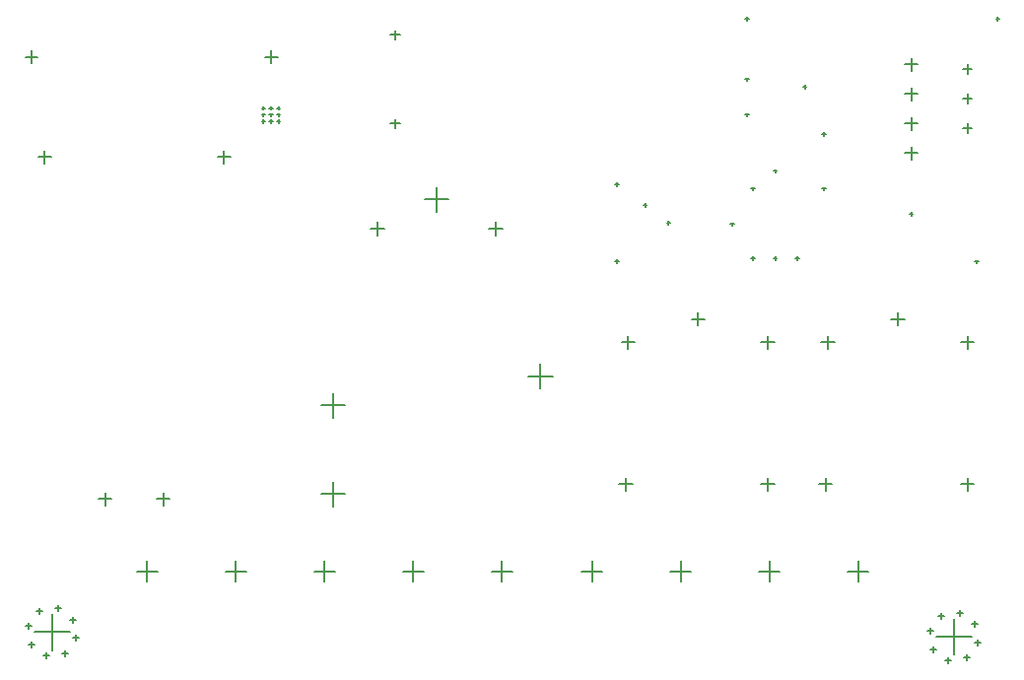
<source format=gbr>
G04*
G04 #@! TF.GenerationSoftware,Altium Limited,Altium Designer,25.0.2 (28)*
G04*
G04 Layer_Color=128*
%FSTAX25Y25*%
%MOIN*%
G70*
G04*
G04 #@! TF.SameCoordinates,1D9F657F-D979-4B8D-A71A-BEDC461EC683*
G04*
G04*
G04 #@! TF.FilePolarity,Positive*
G04*
G01*
G75*
%ADD11C,0.00500*%
D11*
X0133484Y0235492D02*
X0136634D01*
X0135059Y0233917D02*
Y0237067D01*
X0133484Y0205571D02*
X0136634D01*
X0135059Y0203996D02*
Y0207146D01*
X0047516Y0054031D02*
X0054602D01*
X0051059Y0050488D02*
Y0057575D01*
X0077516Y0054031D02*
X0084602D01*
X0081059Y0050488D02*
Y0057575D01*
X0107516Y0054031D02*
X0114602D01*
X0111059Y0050488D02*
Y0057575D01*
X0137516Y0054031D02*
X0144602D01*
X0141059Y0050488D02*
Y0057575D01*
X0167516Y0054031D02*
X0174602D01*
X0171059Y0050488D02*
Y0057575D01*
X0198016Y0054031D02*
X0205102D01*
X0201559Y0050488D02*
Y0057575D01*
X0228016Y0054031D02*
X0235102D01*
X0231559Y0050488D02*
Y0057575D01*
X0258016Y0054031D02*
X0265102D01*
X0261559Y0050488D02*
Y0057575D01*
X0288016Y0054031D02*
X0295102D01*
X0291559Y0050488D02*
Y0057575D01*
X0034709Y0078531D02*
X0039039D01*
X0036874Y0076366D02*
Y0080697D01*
X0054394Y0078531D02*
X0058724D01*
X0056559Y0076366D02*
Y0080697D01*
X0014236Y019428D02*
X0018567D01*
X0016402Y0192114D02*
Y0196445D01*
X0074866Y019428D02*
X0079197D01*
X0077031Y0192114D02*
Y0196445D01*
X0109846Y0080268D02*
X0118114D01*
X011398Y0076134D02*
Y0084402D01*
X0179925Y0120031D02*
X0188193D01*
X0184059Y0115898D02*
Y0124165D01*
X0109846Y0110189D02*
X0118114D01*
X011398Y0106055D02*
Y0114323D01*
X0126579Y0170031D02*
X0131303D01*
X0128941Y0167669D02*
Y0172394D01*
X0166736Y0170031D02*
X0171461D01*
X0169098Y0167669D02*
Y0172394D01*
X0144886Y0179874D02*
X0153154D01*
X014902Y017574D02*
Y0184008D01*
X0307394Y0195531D02*
X0311724D01*
X0309559Y0193366D02*
Y0197697D01*
X0307394Y0205532D02*
X0311724D01*
X0309559Y0203366D02*
Y0207697D01*
X0307394Y0225532D02*
X0311724D01*
X0309559Y0223366D02*
Y0227697D01*
X0307394Y0215531D02*
X0311724D01*
X0309559Y0213366D02*
Y0217697D01*
X0009843Y0228031D02*
X0014173D01*
X0012008Y0225866D02*
Y0230197D01*
X0090945Y0228031D02*
X0095276D01*
X009311Y0225866D02*
Y0230197D01*
X0235187Y0139437D02*
X0239687D01*
X0237437Y0137187D02*
Y0141687D01*
X0258809Y0083531D02*
X0263309D01*
X0261059Y0081282D02*
Y0085782D01*
X0210809Y0083531D02*
X0215309D01*
X0213059Y0081282D02*
Y0085782D01*
X0258809Y0131563D02*
X0263309D01*
X0261059Y0129313D02*
Y0133813D01*
X0211565Y0131563D02*
X0216065D01*
X0213815Y0129313D02*
Y0133813D01*
X0302687Y0139437D02*
X0307187D01*
X0304937Y0137187D02*
Y0141687D01*
X0326309Y0083531D02*
X0330809D01*
X0328559Y0081282D02*
Y0085782D01*
X0278309Y0083531D02*
X0282809D01*
X0280559Y0081282D02*
Y0085782D01*
X0326309Y0131563D02*
X0330809D01*
X0328559Y0129313D02*
Y0133813D01*
X0279065Y0131563D02*
X0283565D01*
X0281315Y0129313D02*
Y0133813D01*
X0317906Y0032033D02*
X0330111D01*
X0324008Y002593D02*
Y0038135D01*
X0331024Y0030033D02*
X0332992D01*
X0332008Y0029048D02*
Y0031017D01*
X0330095Y0036275D02*
X0332064D01*
X0331079Y0035291D02*
Y003726D01*
X0325024Y0040033D02*
X0326992D01*
X0326008Y0039048D02*
Y0041017D01*
X0318781Y0039104D02*
X032075D01*
X0319765Y003812D02*
Y0040088D01*
X0315024Y0034033D02*
X0316992D01*
X0316008Y0033048D02*
Y0035017D01*
X0315953Y002779D02*
X0317921D01*
X0316937Y0026806D02*
Y0028774D01*
X0321024Y0024033D02*
X0322992D01*
X0322008Y0023049D02*
Y0025017D01*
X0327267Y0024962D02*
X0329235D01*
X0328251Y0023978D02*
Y0025946D01*
X0326984Y0224031D02*
X0330134D01*
X0328559Y0222457D02*
Y0225606D01*
X0326984Y0214032D02*
X0330134D01*
X0328559Y0212457D02*
Y0215606D01*
X0326984Y0204031D02*
X0330134D01*
X0328559Y0202457D02*
Y0205606D01*
X0012957Y0033531D02*
X0025161D01*
X0019059Y0027429D02*
Y0039634D01*
X0026075Y0031532D02*
X0028043D01*
X0027059Y0030547D02*
Y0032516D01*
X0025146Y0037774D02*
X0027114D01*
X002613Y003679D02*
Y0038758D01*
X0020075Y0041532D02*
X0022043D01*
X0021059Y0040547D02*
Y0042516D01*
X0013832Y0040603D02*
X0015801D01*
X0014816Y0039618D02*
Y0041587D01*
X0010075Y0035531D02*
X0012043D01*
X0011059Y0034547D02*
Y0036516D01*
X0011004Y0029289D02*
X0012972D01*
X0011988Y0028305D02*
Y0030273D01*
X0016075Y0025532D02*
X0018043D01*
X0017059Y0024547D02*
Y0026516D01*
X0022317Y002646D02*
X0024286D01*
X0023302Y0025476D02*
Y0027445D01*
X0089889Y0206272D02*
X009107D01*
X009048Y0205681D02*
Y0206862D01*
X0094968Y0206272D02*
X009615D01*
X0095559Y0205681D02*
Y0206862D01*
X0092389Y0208531D02*
X009357D01*
X009298Y0207941D02*
Y0209122D01*
X0094968Y0210794D02*
X009615D01*
X0095559Y0210204D02*
Y0211385D01*
X0094968Y0208531D02*
X009615D01*
X0095559Y0207941D02*
Y0209122D01*
X0092389Y0206272D02*
X009357D01*
X009298Y0205681D02*
Y0206862D01*
X0089889Y0208531D02*
X009107D01*
X009048Y0207941D02*
Y0209122D01*
X0089889Y0210794D02*
X009107D01*
X009048Y0210204D02*
Y0211385D01*
X0092389Y0210794D02*
X009357D01*
X009298Y0210204D02*
Y0211385D01*
X0255469Y0183531D02*
X025665D01*
X0256059Y0182941D02*
Y0184122D01*
X0270468Y0160031D02*
X027165D01*
X0271059Y0159441D02*
Y0160622D01*
X0262968Y0160031D02*
X026415D01*
X0263559Y0159441D02*
Y0160622D01*
X0255469Y0160031D02*
X025665D01*
X0256059Y0159441D02*
Y0160622D01*
X0262968Y0189532D02*
X026415D01*
X0263559Y0188941D02*
Y0190122D01*
X0279468Y0183531D02*
X028065D01*
X0280059Y0182941D02*
Y0184122D01*
X0331057Y0158821D02*
X0332239D01*
X0331648Y015823D02*
Y0159411D01*
X0209469Y0185031D02*
X021065D01*
X0210059Y0184441D02*
Y0185622D01*
X0209469Y0159031D02*
X021065D01*
X0210059Y0158441D02*
Y0159622D01*
X0279456Y0202019D02*
X0280637D01*
X0280047Y0201429D02*
Y020261D01*
X0218969Y0178032D02*
X022015D01*
X0219559Y0177441D02*
Y0178622D01*
X0272969Y0218032D02*
X027415D01*
X0273559Y0217441D02*
Y0218622D01*
X0338174Y0241066D02*
X0339355D01*
X0338764Y0240475D02*
Y0241656D01*
X0253468Y0241032D02*
X025465D01*
X0254059Y0240441D02*
Y0241622D01*
X0253468Y0220532D02*
X025465D01*
X0254059Y0219941D02*
Y0221122D01*
X0253468Y0208531D02*
X025465D01*
X0254059Y0207941D02*
Y0209122D01*
X0308968Y0175031D02*
X031015D01*
X0309559Y0174441D02*
Y0175622D01*
X0226903Y0171922D02*
X0228084D01*
X0227493Y0171331D02*
Y0172512D01*
X0248468Y0171531D02*
X024965D01*
X0249059Y0170941D02*
Y0172122D01*
M02*

</source>
